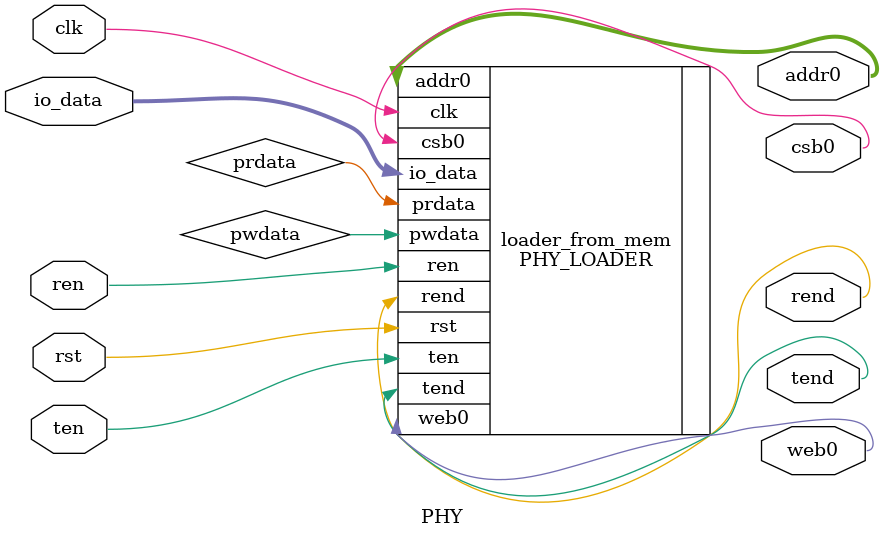
<source format=sv>

module PHY (

	input clk,
	input rst,
	input ten, //transmission enable
	input ren,
	output csb0,
	output web0,
	output [6:0]  addr0,
	inout logic [11:0] io_data,
	output tend,  //end-transmission signal
	output rend  //end-receiving signal
	
	);
	
	logic pwdata, prdata;
	
	PHY_LOADER loader_from_mem ( 
	
	                             .clk(clk),
										  .rst(rst), 
	                             .ten(ten), 
										  .ren(ren), 
										  .csb0(csb0), 
										  .web0(web0), 
										  .addr0(addr0), 
										  .io_data(io_data), 
										  .pwdata(pwdata), 
										  .prdata(prdata),
										  .tend(tend),
										  .rend(rend) 
										  
										);
	
	/*apb_uart UART              ( 
	
	                             .pwdata(pwdata), 
	                             .prdata(prdata) 
										  
										);*/
										
endmodule
										
</source>
